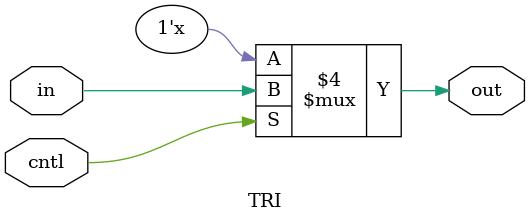
<source format=v>
module INV (out, in);
   input in;
   output out;
   assign #1 out = ~in;
endmodule
//*****************************************************************

// 2-input AND gate
module AND (out, in1, in2);
   input in1, in2;
   output out;
   assign #1 out =  (in1 & in2);
endmodule
// 3-input AND gate
module AND3 (out, in1, in2, in3);
   input in1, in2, in3;
   output out;
   assign #1 out =  (in1 & in2 & in3);
endmodule
// 4-input AND gate
module AND4 (out, in1, in2, in3, in4);
   input in1, in2, in3, in4;
   output out;
   assign #1 out =  (in1 & in2 & in3 & in4);
endmodule

// 8-input And gate
module AND8 (out, in1, in2, in3, in4, in5, in6, in7, in8);
   input in1, in2, in3, in4, in5, in6, in7, in8;
   output out;
   wire w1,w2;
   AND4 o1(w1, in1, in2, in3, in4);
   AND4 o2(w2, in5, in6, in7, in8);
   AND  o3(out, w1, w2);
endmodule

//*****************************************************************

// 2-input OR gate
module OR (out, in1, in2);
   input in1, in2;
   output out;
   assign #1 out =  (in1 | in2);
endmodule
// 3-input OR gate
module OR3 (out, in1, in2, in3);
   input in1, in2, in3;
   output out;
   assign #1 out =  (in1 | in2 | in3);
endmodule
// 4-input OR gate
module OR4 (out, in1, in2, in3, in4);
   input in1, in2, in3, in4;
   output out;
   assign #1 out =  (in1 | in2 | in3 | in4);
endmodule

// 8-input OR gate
module OR8 (out, in1, in2, in3, in4, in5, in6, in7, in8);
   input in1, in2, in3, in4, in5, in6, in7, in8;
   output out;
   wire w1,w2;
   OR4 o1(w1, in1, in2, in3, in4);
   OR4 o2(w2, in5, in6, in7, in8);
   OR  o3(out, w1, w2);
endmodule
//*****************************************************************

// 2-input NAND gate
module NAND (out, in1, in2);
   input in1, in2;
   output out;
   assign #1 out =  ~(in1 & in2);
endmodule
// 3-input NAND gate
module NAND3 (out, in1, in2, in3);
   input in1, in2, in3;
   output out;
   assign #1 out =  ~(in1 & in2 & in3);
endmodule
// 4-input NAND gate
module NAND4 (out, in1, in2, in3, in4);
   input in1, in2, in3, in4;
   output out;
   assign #1 out =  ~(in1 & in2 & in3 & in4);
endmodule
//*****************************************************************

// 2-input NOR gate
module NOR (out, in1, in2);
   input in1, in2;
   output out;
   assign #1 out =  ~(in1 | in2);
endmodule
// 3-input NOR gate
module NOR3 (out, in1, in2, in3);
   input in1, in2, in3;
   output out;
   assign #1 out =  ~(in1 | in2 | in3);
endmodule
// 4-input NOR gate
module NOR4 (out, in1, in2, in3, in4);
   input in1, in2, in3, in4;
   output out;
   assign #1 out =  ~(in1 | in2 | in3 | in4);
endmodule
//*****************************************************************

// 2-input XOR gate
module XOR (out, in1, in2);
   input in1, in2;
   output out;
   assign #1 out = in1 ^ in2;
endmodule
// 3-input XOR gate
module XOR3 (out, in1, in2, in3);
   input in1, in2, in3;
   output out;
   assign #1 out =  (in1 ^ in2 ^ in3);
endmodule
// 4-input XOR gate
module XOR4 (out, in1, in2, in3, in4);
   input in1, in2, in3, in4;
   output out;
   assign #1 out =  (in1 ^ in2 ^ in3 ^ in4);
endmodule
//*****************************************************************

// 2-input XNOR gate
module XNOR (out, in1, in2);
   input in1, in2;
   output out;
   assign #1 out = ~(in1 ^ in2);
endmodule
// 3-input XNOR gate
module XNOR3 (out, in1, in2, in3);
   input in1, in2, in3;
   output out;
   assign #1 out =  ~(in1 ^ in2 ^ in3);
endmodule
// 4-input XNOR gate
module XNOR4 (out, in1, in2, in3, in4);
   input in1, in2, in3, in4;
   output out;
   assign #1 out =  ~(in1 ^ in2 ^ in3 ^ in4);
endmodule
//*******************************************************************

// Synchronous D Flip-flop with reset and active high enable(positive-edge trigger)
module DFF (Q, D, clk, reset,enable);
   input D, clk, reset,enable;
   output Q;
   reg Q;
   always @(posedge clk)
    begin
      #2;
      if (reset == 1)
        Q=0;
      else if(enable == 1)
        Q=D;
    end
endmodule
// Synchronous 4-bit register with reset and active high enable(positive-edge trigger)
module REG4 (Q, D, clk, reset, enable);
  input  clk, reset, enable;
  input  [3:0] D;         
  output [3:0] Q;         
 
DFF dff1(Q[0], D[0], clk, reset,enable);
DFF dff2(Q[1], D[1], clk, reset,enable);
DFF dff3(Q[2], D[2], clk, reset,enable);
DFF dff4(Q[3], D[3], clk, reset,enable);
endmodule
// Synchronous 8-bit register with reset and active high enable(positive-edge trigger)
module REG8 (Q, D, clk, reset, enable);
  input  clk, reset, enable;
  input  [7:0] D;    
  output [7:0] Q;         
 
 REG4 r1 (Q[3:0], D[3:0], clk, reset, enable);
 REG4 r2 (Q[7:4], D[7:4], clk, reset, enable);
endmodule
//*******************************************************************

// Synchronous D Flip-flop with reset and active high enable(negitive-edge trigger)
module DFFnegclk (Q, D, clk, reset,enable);
   input D, clk, reset,enable;
   output Q;
   reg Q;
   always @(negedge clk)
    begin
      #2;
      if (reset == 1)
       Q=0;
      else if(enable == 1)
       Q=D;
    end
endmodule

// Synchronous 4-bit register with reset and active high enable(negitive-edge trigger)
module REG4negclk (Q, D, clk, reset, enable);
  input  clk, reset, enable;
  input  [3:0] D;         
  output [3:0] Q;         
 
DFFnegclk dff1(Q[0], D[0], clk, reset,enable);
DFFnegclk dff2(Q[1], D[1], clk, reset,enable);
DFFnegclk dff3(Q[2], D[2], clk, reset,enable);
DFFnegclk dff4(Q[3], D[3], clk, reset,enable);
endmodule

// Synchronous 8-bit register with reset and active high enable(negitive-edge trigger)
module REG8negclk (Q, D, clk, reset, enable);
  input  clk, reset, enable;
  input  [7:0] D;    
  output [7:0] Q;         
 
 REG4negclk r1 (Q[3:0], D[3:0], clk, reset, enable);
 REG4negclk r2 (Q[7:4], D[7:4], clk, reset, enable);
   
endmodule
//*****************************************************************
// Asynchronous T Flip-flop with reset (Negative-edge trigger)
module TFF (Q, T, clk, reset);
   input T, clk, reset;
   output Q;
   reg Q;
   always @(negedge clk or posedge reset)
	begin
     	 #2;
       if (reset == 1)
         Q = 0;
       else if (T == 1) 
         Q = ~Q;
	end
endmodule
//*****************************************************************

// Latch with active high gate and a reset
module LATCH (Q, D, gate, reset);
   input D, gate, reset;
   output Q;
   reg Q;
   always @(gate or reset)
     if (reset == 1)
       #2 Q=0;
     else
       if (gate == 1)
         #2 Q=D;
endmodule
//*****************************************************************

// Tri-state buffer with active high control
module TRI (out, in, cntl);
   input in, cntl;
   output out;
   reg out;
   always @(in or cntl) begin
     #1;
     if (cntl == 1)
       out = in;
     else
       out = 1'bz;
   end
endmodule

</source>
